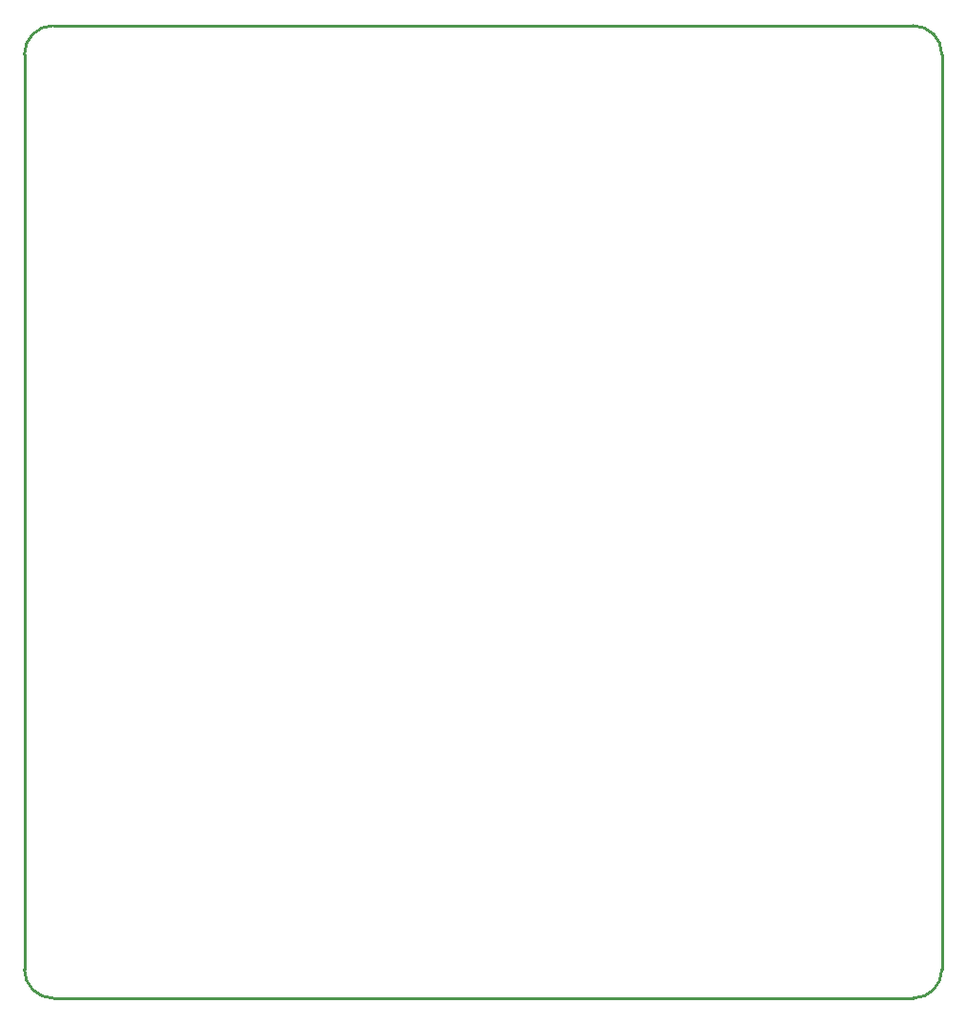
<source format=gko>
G04 Layer: BoardOutlineLayer*
G04 EasyEDA Pro v2.1.21.9b64d12f.b3811b, 2024-07-11 22:11:45*
G04 Gerber Generator version 0.3*
G04 Scale: 100 percent, Rotated: No, Reflected: No*
G04 Dimensions in millimeters*
G04 Leading zeros omitted, absolute positions, 3 integers and 3 decimals*
%FSLAX33Y33*%
%MOMM*%
%ADD10C,0.254*%
G75*


G04 Rect Start*
G54D10*
G01X-27178Y33274D02*
G01X-27178Y-48006D01*
G03X-24638Y-50546I2540J0D01*
G01X51816D01*
G03X54356Y-48006I0J2540D01*
G01Y33274D01*
G03X51816Y35814I-2540J0D01*
G01X-24638D01*
G03X-27178Y33274I0J-2540D01*
G04 Rect End*

M02*

</source>
